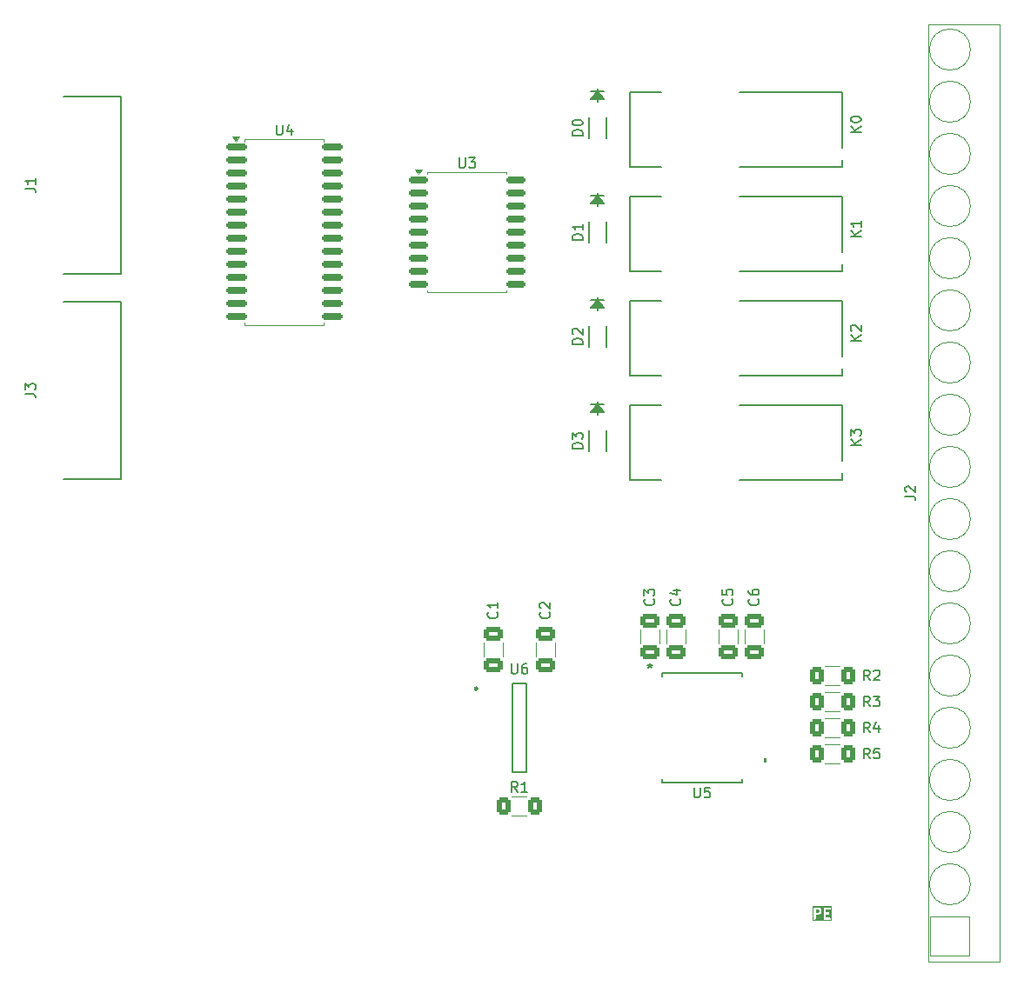
<source format=gbr>
%TF.GenerationSoftware,KiCad,Pcbnew,8.0.6-8.0.6-0~ubuntu24.04.1*%
%TF.CreationDate,2024-12-11T16:34:02+03:00*%
%TF.ProjectId,PM-Neopixel4,504d2d4e-656f-4706-9978-656c342e6b69,rev?*%
%TF.SameCoordinates,Original*%
%TF.FileFunction,Legend,Top*%
%TF.FilePolarity,Positive*%
%FSLAX46Y46*%
G04 Gerber Fmt 4.6, Leading zero omitted, Abs format (unit mm)*
G04 Created by KiCad (PCBNEW 8.0.6-8.0.6-0~ubuntu24.04.1) date 2024-12-11 16:34:02*
%MOMM*%
%LPD*%
G01*
G04 APERTURE LIST*
G04 Aperture macros list*
%AMRoundRect*
0 Rectangle with rounded corners*
0 $1 Rounding radius*
0 $2 $3 $4 $5 $6 $7 $8 $9 X,Y pos of 4 corners*
0 Add a 4 corners polygon primitive as box body*
4,1,4,$2,$3,$4,$5,$6,$7,$8,$9,$2,$3,0*
0 Add four circle primitives for the rounded corners*
1,1,$1+$1,$2,$3*
1,1,$1+$1,$4,$5*
1,1,$1+$1,$6,$7*
1,1,$1+$1,$8,$9*
0 Add four rect primitives between the rounded corners*
20,1,$1+$1,$2,$3,$4,$5,0*
20,1,$1+$1,$4,$5,$6,$7,0*
20,1,$1+$1,$6,$7,$8,$9,0*
20,1,$1+$1,$8,$9,$2,$3,0*%
G04 Aperture macros list end*
%ADD10C,0.200000*%
%ADD11C,0.150000*%
%ADD12C,0.120000*%
%ADD13C,0.152400*%
%ADD14C,0.250000*%
%ADD15C,0.000000*%
%ADD16RoundRect,0.250000X0.650000X-0.412500X0.650000X0.412500X-0.650000X0.412500X-0.650000X-0.412500X0*%
%ADD17C,1.812000*%
%ADD18RoundRect,0.150000X-0.875000X-0.150000X0.875000X-0.150000X0.875000X0.150000X-0.875000X0.150000X0*%
%ADD19RoundRect,0.150000X-0.800000X-0.150000X0.800000X-0.150000X0.800000X0.150000X-0.800000X0.150000X0*%
%ADD20R,2.474067X0.622132*%
%ADD21R,1.803400X0.635000*%
%ADD22R,2.997200X2.590800*%
%ADD23R,1.854200X0.482600*%
%ADD24RoundRect,0.250000X-0.400000X-0.625000X0.400000X-0.625000X0.400000X0.625000X-0.400000X0.625000X0*%
%ADD25R,0.533400X1.524000*%
%ADD26R,3.500000X3.500000*%
%ADD27C,3.500000*%
%ADD28O,6.350000X6.350000*%
G04 APERTURE END LIST*
D10*
G36*
X31702668Y-40582024D02*
G01*
X31727337Y-40606692D01*
X31757142Y-40666302D01*
X31757142Y-40761945D01*
X31727337Y-40821554D01*
X31702668Y-40846222D01*
X31643059Y-40876028D01*
X31385714Y-40876028D01*
X31385714Y-40552219D01*
X31643059Y-40552219D01*
X31702668Y-40582024D01*
G37*
G36*
X32971094Y-41663330D02*
G01*
X31074603Y-41663330D01*
X31074603Y-40452219D01*
X31185714Y-40452219D01*
X31185714Y-41452219D01*
X31187635Y-41471728D01*
X31202567Y-41507776D01*
X31230157Y-41535366D01*
X31266205Y-41550298D01*
X31305223Y-41550298D01*
X31341271Y-41535366D01*
X31368861Y-41507776D01*
X31383793Y-41471728D01*
X31385714Y-41452219D01*
X31385714Y-41076028D01*
X31666666Y-41076028D01*
X31686175Y-41074107D01*
X31689495Y-41072731D01*
X31693079Y-41072477D01*
X31711387Y-41065471D01*
X31806625Y-41017852D01*
X31815021Y-41012566D01*
X31817461Y-41011556D01*
X31820207Y-41009302D01*
X31823215Y-41007409D01*
X31824944Y-41005414D01*
X31832615Y-40999120D01*
X31880233Y-40951501D01*
X31886525Y-40943834D01*
X31888523Y-40942102D01*
X31890416Y-40939093D01*
X31892670Y-40936348D01*
X31893680Y-40933907D01*
X31898966Y-40925511D01*
X31946585Y-40830274D01*
X31953591Y-40811965D01*
X31953845Y-40808381D01*
X31955221Y-40805061D01*
X31957142Y-40785552D01*
X31957142Y-40642695D01*
X31955221Y-40623186D01*
X31953845Y-40619865D01*
X31953591Y-40616282D01*
X31946585Y-40597973D01*
X31898966Y-40502736D01*
X31893680Y-40494339D01*
X31892670Y-40491899D01*
X31890416Y-40489153D01*
X31888523Y-40486145D01*
X31886525Y-40484412D01*
X31880233Y-40476746D01*
X31855707Y-40452219D01*
X32185714Y-40452219D01*
X32185714Y-41452219D01*
X32187635Y-41471728D01*
X32202567Y-41507776D01*
X32230157Y-41535366D01*
X32266205Y-41550298D01*
X32285714Y-41552219D01*
X32761904Y-41552219D01*
X32781413Y-41550298D01*
X32817461Y-41535366D01*
X32845051Y-41507776D01*
X32859983Y-41471728D01*
X32859983Y-41432710D01*
X32845051Y-41396662D01*
X32817461Y-41369072D01*
X32781413Y-41354140D01*
X32761904Y-41352219D01*
X32385714Y-41352219D01*
X32385714Y-41028409D01*
X32619047Y-41028409D01*
X32638556Y-41026488D01*
X32674604Y-41011556D01*
X32702194Y-40983966D01*
X32717126Y-40947918D01*
X32717126Y-40908900D01*
X32702194Y-40872852D01*
X32674604Y-40845262D01*
X32638556Y-40830330D01*
X32619047Y-40828409D01*
X32385714Y-40828409D01*
X32385714Y-40552219D01*
X32761904Y-40552219D01*
X32781413Y-40550298D01*
X32817461Y-40535366D01*
X32845051Y-40507776D01*
X32859983Y-40471728D01*
X32859983Y-40432710D01*
X32845051Y-40396662D01*
X32817461Y-40369072D01*
X32781413Y-40354140D01*
X32761904Y-40352219D01*
X32285714Y-40352219D01*
X32266205Y-40354140D01*
X32230157Y-40369072D01*
X32202567Y-40396662D01*
X32187635Y-40432710D01*
X32185714Y-40452219D01*
X31855707Y-40452219D01*
X31832615Y-40429127D01*
X31824944Y-40422832D01*
X31823215Y-40420838D01*
X31820207Y-40418944D01*
X31817461Y-40416691D01*
X31815021Y-40415680D01*
X31806625Y-40410395D01*
X31711387Y-40362776D01*
X31693079Y-40355770D01*
X31689495Y-40355515D01*
X31686175Y-40354140D01*
X31666666Y-40352219D01*
X31285714Y-40352219D01*
X31266205Y-40354140D01*
X31230157Y-40369072D01*
X31202567Y-40396662D01*
X31187635Y-40432710D01*
X31185714Y-40452219D01*
X31074603Y-40452219D01*
X31074603Y-40241108D01*
X32971094Y-40241108D01*
X32971094Y-41663330D01*
G37*
D11*
X5439580Y-11596666D02*
X5487200Y-11644285D01*
X5487200Y-11644285D02*
X5534819Y-11787142D01*
X5534819Y-11787142D02*
X5534819Y-11882380D01*
X5534819Y-11882380D02*
X5487200Y-12025237D01*
X5487200Y-12025237D02*
X5391961Y-12120475D01*
X5391961Y-12120475D02*
X5296723Y-12168094D01*
X5296723Y-12168094D02*
X5106247Y-12215713D01*
X5106247Y-12215713D02*
X4963390Y-12215713D01*
X4963390Y-12215713D02*
X4772914Y-12168094D01*
X4772914Y-12168094D02*
X4677676Y-12120475D01*
X4677676Y-12120475D02*
X4582438Y-12025237D01*
X4582438Y-12025237D02*
X4534819Y-11882380D01*
X4534819Y-11882380D02*
X4534819Y-11787142D01*
X4534819Y-11787142D02*
X4582438Y-11644285D01*
X4582438Y-11644285D02*
X4630057Y-11596666D01*
X4630057Y-11215713D02*
X4582438Y-11168094D01*
X4582438Y-11168094D02*
X4534819Y-11072856D01*
X4534819Y-11072856D02*
X4534819Y-10834761D01*
X4534819Y-10834761D02*
X4582438Y-10739523D01*
X4582438Y-10739523D02*
X4630057Y-10691904D01*
X4630057Y-10691904D02*
X4725295Y-10644285D01*
X4725295Y-10644285D02*
X4820533Y-10644285D01*
X4820533Y-10644285D02*
X4963390Y-10691904D01*
X4963390Y-10691904D02*
X5534819Y-11263332D01*
X5534819Y-11263332D02*
X5534819Y-10644285D01*
X25759580Y-10326666D02*
X25807200Y-10374285D01*
X25807200Y-10374285D02*
X25854819Y-10517142D01*
X25854819Y-10517142D02*
X25854819Y-10612380D01*
X25854819Y-10612380D02*
X25807200Y-10755237D01*
X25807200Y-10755237D02*
X25711961Y-10850475D01*
X25711961Y-10850475D02*
X25616723Y-10898094D01*
X25616723Y-10898094D02*
X25426247Y-10945713D01*
X25426247Y-10945713D02*
X25283390Y-10945713D01*
X25283390Y-10945713D02*
X25092914Y-10898094D01*
X25092914Y-10898094D02*
X24997676Y-10850475D01*
X24997676Y-10850475D02*
X24902438Y-10755237D01*
X24902438Y-10755237D02*
X24854819Y-10612380D01*
X24854819Y-10612380D02*
X24854819Y-10517142D01*
X24854819Y-10517142D02*
X24902438Y-10374285D01*
X24902438Y-10374285D02*
X24950057Y-10326666D01*
X24854819Y-9469523D02*
X24854819Y-9659999D01*
X24854819Y-9659999D02*
X24902438Y-9755237D01*
X24902438Y-9755237D02*
X24950057Y-9802856D01*
X24950057Y-9802856D02*
X25092914Y-9898094D01*
X25092914Y-9898094D02*
X25283390Y-9945713D01*
X25283390Y-9945713D02*
X25664342Y-9945713D01*
X25664342Y-9945713D02*
X25759580Y-9898094D01*
X25759580Y-9898094D02*
X25807200Y-9850475D01*
X25807200Y-9850475D02*
X25854819Y-9755237D01*
X25854819Y-9755237D02*
X25854819Y-9564761D01*
X25854819Y-9564761D02*
X25807200Y-9469523D01*
X25807200Y-9469523D02*
X25759580Y-9421904D01*
X25759580Y-9421904D02*
X25664342Y-9374285D01*
X25664342Y-9374285D02*
X25426247Y-9374285D01*
X25426247Y-9374285D02*
X25331009Y-9421904D01*
X25331009Y-9421904D02*
X25283390Y-9469523D01*
X25283390Y-9469523D02*
X25235771Y-9564761D01*
X25235771Y-9564761D02*
X25235771Y-9755237D01*
X25235771Y-9755237D02*
X25283390Y-9850475D01*
X25283390Y-9850475D02*
X25331009Y-9898094D01*
X25331009Y-9898094D02*
X25426247Y-9945713D01*
X35784819Y35151906D02*
X34784819Y35151906D01*
X35784819Y35723334D02*
X35213390Y35294763D01*
X34784819Y35723334D02*
X35356247Y35151906D01*
X34784819Y36342382D02*
X34784819Y36437620D01*
X34784819Y36437620D02*
X34832438Y36532858D01*
X34832438Y36532858D02*
X34880057Y36580477D01*
X34880057Y36580477D02*
X34975295Y36628096D01*
X34975295Y36628096D02*
X35165771Y36675715D01*
X35165771Y36675715D02*
X35403866Y36675715D01*
X35403866Y36675715D02*
X35594342Y36628096D01*
X35594342Y36628096D02*
X35689580Y36580477D01*
X35689580Y36580477D02*
X35737200Y36532858D01*
X35737200Y36532858D02*
X35784819Y36437620D01*
X35784819Y36437620D02*
X35784819Y36342382D01*
X35784819Y36342382D02*
X35737200Y36247144D01*
X35737200Y36247144D02*
X35689580Y36199525D01*
X35689580Y36199525D02*
X35594342Y36151906D01*
X35594342Y36151906D02*
X35403866Y36104287D01*
X35403866Y36104287D02*
X35165771Y36104287D01*
X35165771Y36104287D02*
X34975295Y36151906D01*
X34975295Y36151906D02*
X34880057Y36199525D01*
X34880057Y36199525D02*
X34832438Y36247144D01*
X34832438Y36247144D02*
X34784819Y36342382D01*
X-21081905Y35845181D02*
X-21081905Y35035658D01*
X-21081905Y35035658D02*
X-21034286Y34940420D01*
X-21034286Y34940420D02*
X-20986667Y34892800D01*
X-20986667Y34892800D02*
X-20891429Y34845181D01*
X-20891429Y34845181D02*
X-20700953Y34845181D01*
X-20700953Y34845181D02*
X-20605715Y34892800D01*
X-20605715Y34892800D02*
X-20558096Y34940420D01*
X-20558096Y34940420D02*
X-20510477Y35035658D01*
X-20510477Y35035658D02*
X-20510477Y35845181D01*
X-19605715Y35511848D02*
X-19605715Y34845181D01*
X-19843810Y35892800D02*
X-20081905Y35178515D01*
X-20081905Y35178515D02*
X-19462858Y35178515D01*
X35784819Y14831906D02*
X34784819Y14831906D01*
X35784819Y15403334D02*
X35213390Y14974763D01*
X34784819Y15403334D02*
X35356247Y14831906D01*
X34880057Y15784287D02*
X34832438Y15831906D01*
X34832438Y15831906D02*
X34784819Y15927144D01*
X34784819Y15927144D02*
X34784819Y16165239D01*
X34784819Y16165239D02*
X34832438Y16260477D01*
X34832438Y16260477D02*
X34880057Y16308096D01*
X34880057Y16308096D02*
X34975295Y16355715D01*
X34975295Y16355715D02*
X35070533Y16355715D01*
X35070533Y16355715D02*
X35213390Y16308096D01*
X35213390Y16308096D02*
X35784819Y15736668D01*
X35784819Y15736668D02*
X35784819Y16355715D01*
X-3301905Y32655181D02*
X-3301905Y31845658D01*
X-3301905Y31845658D02*
X-3254286Y31750420D01*
X-3254286Y31750420D02*
X-3206667Y31702800D01*
X-3206667Y31702800D02*
X-3111429Y31655181D01*
X-3111429Y31655181D02*
X-2920953Y31655181D01*
X-2920953Y31655181D02*
X-2825715Y31702800D01*
X-2825715Y31702800D02*
X-2778096Y31750420D01*
X-2778096Y31750420D02*
X-2730477Y31845658D01*
X-2730477Y31845658D02*
X-2730477Y32655181D01*
X-2349524Y32655181D02*
X-1730477Y32655181D01*
X-1730477Y32655181D02*
X-2063810Y32274229D01*
X-2063810Y32274229D02*
X-1920953Y32274229D01*
X-1920953Y32274229D02*
X-1825715Y32226610D01*
X-1825715Y32226610D02*
X-1778096Y32178991D01*
X-1778096Y32178991D02*
X-1730477Y32083753D01*
X-1730477Y32083753D02*
X-1730477Y31845658D01*
X-1730477Y31845658D02*
X-1778096Y31750420D01*
X-1778096Y31750420D02*
X-1825715Y31702800D01*
X-1825715Y31702800D02*
X-1920953Y31655181D01*
X-1920953Y31655181D02*
X-2206667Y31655181D01*
X-2206667Y31655181D02*
X-2301905Y31702800D01*
X-2301905Y31702800D02*
X-2349524Y31750420D01*
X359580Y-11596666D02*
X407200Y-11644285D01*
X407200Y-11644285D02*
X454819Y-11787142D01*
X454819Y-11787142D02*
X454819Y-11882380D01*
X454819Y-11882380D02*
X407200Y-12025237D01*
X407200Y-12025237D02*
X311961Y-12120475D01*
X311961Y-12120475D02*
X216723Y-12168094D01*
X216723Y-12168094D02*
X26247Y-12215713D01*
X26247Y-12215713D02*
X-116610Y-12215713D01*
X-116610Y-12215713D02*
X-307086Y-12168094D01*
X-307086Y-12168094D02*
X-402324Y-12120475D01*
X-402324Y-12120475D02*
X-497562Y-12025237D01*
X-497562Y-12025237D02*
X-545181Y-11882380D01*
X-545181Y-11882380D02*
X-545181Y-11787142D01*
X-545181Y-11787142D02*
X-497562Y-11644285D01*
X-497562Y-11644285D02*
X-449943Y-11596666D01*
X454819Y-10644285D02*
X454819Y-11215713D01*
X454819Y-10929999D02*
X-545181Y-10929999D01*
X-545181Y-10929999D02*
X-402324Y-11025237D01*
X-402324Y-11025237D02*
X-307086Y-11120475D01*
X-307086Y-11120475D02*
X-259467Y-11215713D01*
X18139580Y-10326666D02*
X18187200Y-10374285D01*
X18187200Y-10374285D02*
X18234819Y-10517142D01*
X18234819Y-10517142D02*
X18234819Y-10612380D01*
X18234819Y-10612380D02*
X18187200Y-10755237D01*
X18187200Y-10755237D02*
X18091961Y-10850475D01*
X18091961Y-10850475D02*
X17996723Y-10898094D01*
X17996723Y-10898094D02*
X17806247Y-10945713D01*
X17806247Y-10945713D02*
X17663390Y-10945713D01*
X17663390Y-10945713D02*
X17472914Y-10898094D01*
X17472914Y-10898094D02*
X17377676Y-10850475D01*
X17377676Y-10850475D02*
X17282438Y-10755237D01*
X17282438Y-10755237D02*
X17234819Y-10612380D01*
X17234819Y-10612380D02*
X17234819Y-10517142D01*
X17234819Y-10517142D02*
X17282438Y-10374285D01*
X17282438Y-10374285D02*
X17330057Y-10326666D01*
X17568152Y-9469523D02*
X18234819Y-9469523D01*
X17187200Y-9707618D02*
X17901485Y-9945713D01*
X17901485Y-9945713D02*
X17901485Y-9326666D01*
X1778095Y-16599819D02*
X1778095Y-17409342D01*
X1778095Y-17409342D02*
X1825714Y-17504580D01*
X1825714Y-17504580D02*
X1873333Y-17552200D01*
X1873333Y-17552200D02*
X1968571Y-17599819D01*
X1968571Y-17599819D02*
X2159047Y-17599819D01*
X2159047Y-17599819D02*
X2254285Y-17552200D01*
X2254285Y-17552200D02*
X2301904Y-17504580D01*
X2301904Y-17504580D02*
X2349523Y-17409342D01*
X2349523Y-17409342D02*
X2349523Y-16599819D01*
X3254285Y-16599819D02*
X3063809Y-16599819D01*
X3063809Y-16599819D02*
X2968571Y-16647438D01*
X2968571Y-16647438D02*
X2920952Y-16695057D01*
X2920952Y-16695057D02*
X2825714Y-16837914D01*
X2825714Y-16837914D02*
X2778095Y-17028390D01*
X2778095Y-17028390D02*
X2778095Y-17409342D01*
X2778095Y-17409342D02*
X2825714Y-17504580D01*
X2825714Y-17504580D02*
X2873333Y-17552200D01*
X2873333Y-17552200D02*
X2968571Y-17599819D01*
X2968571Y-17599819D02*
X3159047Y-17599819D01*
X3159047Y-17599819D02*
X3254285Y-17552200D01*
X3254285Y-17552200D02*
X3301904Y-17504580D01*
X3301904Y-17504580D02*
X3349523Y-17409342D01*
X3349523Y-17409342D02*
X3349523Y-17171247D01*
X3349523Y-17171247D02*
X3301904Y-17076009D01*
X3301904Y-17076009D02*
X3254285Y-17028390D01*
X3254285Y-17028390D02*
X3159047Y-16980771D01*
X3159047Y-16980771D02*
X2968571Y-16980771D01*
X2968571Y-16980771D02*
X2873333Y-17028390D01*
X2873333Y-17028390D02*
X2825714Y-17076009D01*
X2825714Y-17076009D02*
X2778095Y-17171247D01*
X-45545181Y29666667D02*
X-44830896Y29666667D01*
X-44830896Y29666667D02*
X-44688039Y29619048D01*
X-44688039Y29619048D02*
X-44592800Y29523810D01*
X-44592800Y29523810D02*
X-44545181Y29380953D01*
X-44545181Y29380953D02*
X-44545181Y29285715D01*
X-44545181Y30666667D02*
X-44545181Y30095239D01*
X-44545181Y30380953D02*
X-45545181Y30380953D01*
X-45545181Y30380953D02*
X-45402324Y30285715D01*
X-45402324Y30285715D02*
X-45307086Y30190477D01*
X-45307086Y30190477D02*
X-45259467Y30095239D01*
X19558095Y-28664819D02*
X19558095Y-29474342D01*
X19558095Y-29474342D02*
X19605714Y-29569580D01*
X19605714Y-29569580D02*
X19653333Y-29617200D01*
X19653333Y-29617200D02*
X19748571Y-29664819D01*
X19748571Y-29664819D02*
X19939047Y-29664819D01*
X19939047Y-29664819D02*
X20034285Y-29617200D01*
X20034285Y-29617200D02*
X20081904Y-29569580D01*
X20081904Y-29569580D02*
X20129523Y-29474342D01*
X20129523Y-29474342D02*
X20129523Y-28664819D01*
X21081904Y-28664819D02*
X20605714Y-28664819D01*
X20605714Y-28664819D02*
X20558095Y-29141009D01*
X20558095Y-29141009D02*
X20605714Y-29093390D01*
X20605714Y-29093390D02*
X20700952Y-29045771D01*
X20700952Y-29045771D02*
X20939047Y-29045771D01*
X20939047Y-29045771D02*
X21034285Y-29093390D01*
X21034285Y-29093390D02*
X21081904Y-29141009D01*
X21081904Y-29141009D02*
X21129523Y-29236247D01*
X21129523Y-29236247D02*
X21129523Y-29474342D01*
X21129523Y-29474342D02*
X21081904Y-29569580D01*
X21081904Y-29569580D02*
X21034285Y-29617200D01*
X21034285Y-29617200D02*
X20939047Y-29664819D01*
X20939047Y-29664819D02*
X20700952Y-29664819D01*
X20700952Y-29664819D02*
X20605714Y-29617200D01*
X20605714Y-29617200D02*
X20558095Y-29569580D01*
X15240000Y-16599819D02*
X15240000Y-16837914D01*
X15001905Y-16742676D02*
X15240000Y-16837914D01*
X15240000Y-16837914D02*
X15478095Y-16742676D01*
X15097143Y-17028390D02*
X15240000Y-16837914D01*
X15240000Y-16837914D02*
X15382857Y-17028390D01*
X2373333Y-29114819D02*
X2040000Y-28638628D01*
X1801905Y-29114819D02*
X1801905Y-28114819D01*
X1801905Y-28114819D02*
X2182857Y-28114819D01*
X2182857Y-28114819D02*
X2278095Y-28162438D01*
X2278095Y-28162438D02*
X2325714Y-28210057D01*
X2325714Y-28210057D02*
X2373333Y-28305295D01*
X2373333Y-28305295D02*
X2373333Y-28448152D01*
X2373333Y-28448152D02*
X2325714Y-28543390D01*
X2325714Y-28543390D02*
X2278095Y-28591009D01*
X2278095Y-28591009D02*
X2182857Y-28638628D01*
X2182857Y-28638628D02*
X1801905Y-28638628D01*
X3325714Y-29114819D02*
X2754286Y-29114819D01*
X3040000Y-29114819D02*
X3040000Y-28114819D01*
X3040000Y-28114819D02*
X2944762Y-28257676D01*
X2944762Y-28257676D02*
X2849524Y-28352914D01*
X2849524Y-28352914D02*
X2754286Y-28400533D01*
X8709819Y34821906D02*
X7709819Y34821906D01*
X7709819Y34821906D02*
X7709819Y35060001D01*
X7709819Y35060001D02*
X7757438Y35202858D01*
X7757438Y35202858D02*
X7852676Y35298096D01*
X7852676Y35298096D02*
X7947914Y35345715D01*
X7947914Y35345715D02*
X8138390Y35393334D01*
X8138390Y35393334D02*
X8281247Y35393334D01*
X8281247Y35393334D02*
X8471723Y35345715D01*
X8471723Y35345715D02*
X8566961Y35298096D01*
X8566961Y35298096D02*
X8662200Y35202858D01*
X8662200Y35202858D02*
X8709819Y35060001D01*
X8709819Y35060001D02*
X8709819Y34821906D01*
X7709819Y36012382D02*
X7709819Y36107620D01*
X7709819Y36107620D02*
X7757438Y36202858D01*
X7757438Y36202858D02*
X7805057Y36250477D01*
X7805057Y36250477D02*
X7900295Y36298096D01*
X7900295Y36298096D02*
X8090771Y36345715D01*
X8090771Y36345715D02*
X8328866Y36345715D01*
X8328866Y36345715D02*
X8519342Y36298096D01*
X8519342Y36298096D02*
X8614580Y36250477D01*
X8614580Y36250477D02*
X8662200Y36202858D01*
X8662200Y36202858D02*
X8709819Y36107620D01*
X8709819Y36107620D02*
X8709819Y36012382D01*
X8709819Y36012382D02*
X8662200Y35917144D01*
X8662200Y35917144D02*
X8614580Y35869525D01*
X8614580Y35869525D02*
X8519342Y35821906D01*
X8519342Y35821906D02*
X8328866Y35774287D01*
X8328866Y35774287D02*
X8090771Y35774287D01*
X8090771Y35774287D02*
X7900295Y35821906D01*
X7900295Y35821906D02*
X7805057Y35869525D01*
X7805057Y35869525D02*
X7757438Y35917144D01*
X7757438Y35917144D02*
X7709819Y36012382D01*
X40094819Y-333333D02*
X40809104Y-333333D01*
X40809104Y-333333D02*
X40951961Y-380952D01*
X40951961Y-380952D02*
X41047200Y-476190D01*
X41047200Y-476190D02*
X41094819Y-619047D01*
X41094819Y-619047D02*
X41094819Y-714285D01*
X40190057Y95239D02*
X40142438Y142858D01*
X40142438Y142858D02*
X40094819Y238096D01*
X40094819Y238096D02*
X40094819Y476191D01*
X40094819Y476191D02*
X40142438Y571429D01*
X40142438Y571429D02*
X40190057Y619048D01*
X40190057Y619048D02*
X40285295Y666667D01*
X40285295Y666667D02*
X40380533Y666667D01*
X40380533Y666667D02*
X40523390Y619048D01*
X40523390Y619048D02*
X41094819Y47620D01*
X41094819Y47620D02*
X41094819Y666667D01*
X8709819Y4341906D02*
X7709819Y4341906D01*
X7709819Y4341906D02*
X7709819Y4580001D01*
X7709819Y4580001D02*
X7757438Y4722858D01*
X7757438Y4722858D02*
X7852676Y4818096D01*
X7852676Y4818096D02*
X7947914Y4865715D01*
X7947914Y4865715D02*
X8138390Y4913334D01*
X8138390Y4913334D02*
X8281247Y4913334D01*
X8281247Y4913334D02*
X8471723Y4865715D01*
X8471723Y4865715D02*
X8566961Y4818096D01*
X8566961Y4818096D02*
X8662200Y4722858D01*
X8662200Y4722858D02*
X8709819Y4580001D01*
X8709819Y4580001D02*
X8709819Y4341906D01*
X7709819Y5246668D02*
X7709819Y5865715D01*
X7709819Y5865715D02*
X8090771Y5532382D01*
X8090771Y5532382D02*
X8090771Y5675239D01*
X8090771Y5675239D02*
X8138390Y5770477D01*
X8138390Y5770477D02*
X8186009Y5818096D01*
X8186009Y5818096D02*
X8281247Y5865715D01*
X8281247Y5865715D02*
X8519342Y5865715D01*
X8519342Y5865715D02*
X8614580Y5818096D01*
X8614580Y5818096D02*
X8662200Y5770477D01*
X8662200Y5770477D02*
X8709819Y5675239D01*
X8709819Y5675239D02*
X8709819Y5389525D01*
X8709819Y5389525D02*
X8662200Y5294287D01*
X8662200Y5294287D02*
X8614580Y5246668D01*
X8709819Y14501906D02*
X7709819Y14501906D01*
X7709819Y14501906D02*
X7709819Y14740001D01*
X7709819Y14740001D02*
X7757438Y14882858D01*
X7757438Y14882858D02*
X7852676Y14978096D01*
X7852676Y14978096D02*
X7947914Y15025715D01*
X7947914Y15025715D02*
X8138390Y15073334D01*
X8138390Y15073334D02*
X8281247Y15073334D01*
X8281247Y15073334D02*
X8471723Y15025715D01*
X8471723Y15025715D02*
X8566961Y14978096D01*
X8566961Y14978096D02*
X8662200Y14882858D01*
X8662200Y14882858D02*
X8709819Y14740001D01*
X8709819Y14740001D02*
X8709819Y14501906D01*
X7805057Y15454287D02*
X7757438Y15501906D01*
X7757438Y15501906D02*
X7709819Y15597144D01*
X7709819Y15597144D02*
X7709819Y15835239D01*
X7709819Y15835239D02*
X7757438Y15930477D01*
X7757438Y15930477D02*
X7805057Y15978096D01*
X7805057Y15978096D02*
X7900295Y16025715D01*
X7900295Y16025715D02*
X7995533Y16025715D01*
X7995533Y16025715D02*
X8138390Y15978096D01*
X8138390Y15978096D02*
X8709819Y15406668D01*
X8709819Y15406668D02*
X8709819Y16025715D01*
X35784819Y24991906D02*
X34784819Y24991906D01*
X35784819Y25563334D02*
X35213390Y25134763D01*
X34784819Y25563334D02*
X35356247Y24991906D01*
X35784819Y26515715D02*
X35784819Y25944287D01*
X35784819Y26230001D02*
X34784819Y26230001D01*
X34784819Y26230001D02*
X34927676Y26134763D01*
X34927676Y26134763D02*
X35022914Y26039525D01*
X35022914Y26039525D02*
X35070533Y25944287D01*
X36663333Y-18234819D02*
X36330000Y-17758628D01*
X36091905Y-18234819D02*
X36091905Y-17234819D01*
X36091905Y-17234819D02*
X36472857Y-17234819D01*
X36472857Y-17234819D02*
X36568095Y-17282438D01*
X36568095Y-17282438D02*
X36615714Y-17330057D01*
X36615714Y-17330057D02*
X36663333Y-17425295D01*
X36663333Y-17425295D02*
X36663333Y-17568152D01*
X36663333Y-17568152D02*
X36615714Y-17663390D01*
X36615714Y-17663390D02*
X36568095Y-17711009D01*
X36568095Y-17711009D02*
X36472857Y-17758628D01*
X36472857Y-17758628D02*
X36091905Y-17758628D01*
X37044286Y-17330057D02*
X37091905Y-17282438D01*
X37091905Y-17282438D02*
X37187143Y-17234819D01*
X37187143Y-17234819D02*
X37425238Y-17234819D01*
X37425238Y-17234819D02*
X37520476Y-17282438D01*
X37520476Y-17282438D02*
X37568095Y-17330057D01*
X37568095Y-17330057D02*
X37615714Y-17425295D01*
X37615714Y-17425295D02*
X37615714Y-17520533D01*
X37615714Y-17520533D02*
X37568095Y-17663390D01*
X37568095Y-17663390D02*
X36996667Y-18234819D01*
X36996667Y-18234819D02*
X37615714Y-18234819D01*
X23219580Y-10326666D02*
X23267200Y-10374285D01*
X23267200Y-10374285D02*
X23314819Y-10517142D01*
X23314819Y-10517142D02*
X23314819Y-10612380D01*
X23314819Y-10612380D02*
X23267200Y-10755237D01*
X23267200Y-10755237D02*
X23171961Y-10850475D01*
X23171961Y-10850475D02*
X23076723Y-10898094D01*
X23076723Y-10898094D02*
X22886247Y-10945713D01*
X22886247Y-10945713D02*
X22743390Y-10945713D01*
X22743390Y-10945713D02*
X22552914Y-10898094D01*
X22552914Y-10898094D02*
X22457676Y-10850475D01*
X22457676Y-10850475D02*
X22362438Y-10755237D01*
X22362438Y-10755237D02*
X22314819Y-10612380D01*
X22314819Y-10612380D02*
X22314819Y-10517142D01*
X22314819Y-10517142D02*
X22362438Y-10374285D01*
X22362438Y-10374285D02*
X22410057Y-10326666D01*
X22314819Y-9421904D02*
X22314819Y-9898094D01*
X22314819Y-9898094D02*
X22791009Y-9945713D01*
X22791009Y-9945713D02*
X22743390Y-9898094D01*
X22743390Y-9898094D02*
X22695771Y-9802856D01*
X22695771Y-9802856D02*
X22695771Y-9564761D01*
X22695771Y-9564761D02*
X22743390Y-9469523D01*
X22743390Y-9469523D02*
X22791009Y-9421904D01*
X22791009Y-9421904D02*
X22886247Y-9374285D01*
X22886247Y-9374285D02*
X23124342Y-9374285D01*
X23124342Y-9374285D02*
X23219580Y-9421904D01*
X23219580Y-9421904D02*
X23267200Y-9469523D01*
X23267200Y-9469523D02*
X23314819Y-9564761D01*
X23314819Y-9564761D02*
X23314819Y-9802856D01*
X23314819Y-9802856D02*
X23267200Y-9898094D01*
X23267200Y-9898094D02*
X23219580Y-9945713D01*
X15599580Y-10326666D02*
X15647200Y-10374285D01*
X15647200Y-10374285D02*
X15694819Y-10517142D01*
X15694819Y-10517142D02*
X15694819Y-10612380D01*
X15694819Y-10612380D02*
X15647200Y-10755237D01*
X15647200Y-10755237D02*
X15551961Y-10850475D01*
X15551961Y-10850475D02*
X15456723Y-10898094D01*
X15456723Y-10898094D02*
X15266247Y-10945713D01*
X15266247Y-10945713D02*
X15123390Y-10945713D01*
X15123390Y-10945713D02*
X14932914Y-10898094D01*
X14932914Y-10898094D02*
X14837676Y-10850475D01*
X14837676Y-10850475D02*
X14742438Y-10755237D01*
X14742438Y-10755237D02*
X14694819Y-10612380D01*
X14694819Y-10612380D02*
X14694819Y-10517142D01*
X14694819Y-10517142D02*
X14742438Y-10374285D01*
X14742438Y-10374285D02*
X14790057Y-10326666D01*
X14694819Y-9993332D02*
X14694819Y-9374285D01*
X14694819Y-9374285D02*
X15075771Y-9707618D01*
X15075771Y-9707618D02*
X15075771Y-9564761D01*
X15075771Y-9564761D02*
X15123390Y-9469523D01*
X15123390Y-9469523D02*
X15171009Y-9421904D01*
X15171009Y-9421904D02*
X15266247Y-9374285D01*
X15266247Y-9374285D02*
X15504342Y-9374285D01*
X15504342Y-9374285D02*
X15599580Y-9421904D01*
X15599580Y-9421904D02*
X15647200Y-9469523D01*
X15647200Y-9469523D02*
X15694819Y-9564761D01*
X15694819Y-9564761D02*
X15694819Y-9850475D01*
X15694819Y-9850475D02*
X15647200Y-9945713D01*
X15647200Y-9945713D02*
X15599580Y-9993332D01*
X-45545181Y9666667D02*
X-44830896Y9666667D01*
X-44830896Y9666667D02*
X-44688039Y9619048D01*
X-44688039Y9619048D02*
X-44592800Y9523810D01*
X-44592800Y9523810D02*
X-44545181Y9380953D01*
X-44545181Y9380953D02*
X-44545181Y9285715D01*
X-45545181Y10047620D02*
X-45545181Y10666667D01*
X-45545181Y10666667D02*
X-45164229Y10333334D01*
X-45164229Y10333334D02*
X-45164229Y10476191D01*
X-45164229Y10476191D02*
X-45116610Y10571429D01*
X-45116610Y10571429D02*
X-45068991Y10619048D01*
X-45068991Y10619048D02*
X-44973753Y10666667D01*
X-44973753Y10666667D02*
X-44735658Y10666667D01*
X-44735658Y10666667D02*
X-44640420Y10619048D01*
X-44640420Y10619048D02*
X-44592800Y10571429D01*
X-44592800Y10571429D02*
X-44545181Y10476191D01*
X-44545181Y10476191D02*
X-44545181Y10190477D01*
X-44545181Y10190477D02*
X-44592800Y10095239D01*
X-44592800Y10095239D02*
X-44640420Y10047620D01*
X8709819Y24661906D02*
X7709819Y24661906D01*
X7709819Y24661906D02*
X7709819Y24900001D01*
X7709819Y24900001D02*
X7757438Y25042858D01*
X7757438Y25042858D02*
X7852676Y25138096D01*
X7852676Y25138096D02*
X7947914Y25185715D01*
X7947914Y25185715D02*
X8138390Y25233334D01*
X8138390Y25233334D02*
X8281247Y25233334D01*
X8281247Y25233334D02*
X8471723Y25185715D01*
X8471723Y25185715D02*
X8566961Y25138096D01*
X8566961Y25138096D02*
X8662200Y25042858D01*
X8662200Y25042858D02*
X8709819Y24900001D01*
X8709819Y24900001D02*
X8709819Y24661906D01*
X8709819Y26185715D02*
X8709819Y25614287D01*
X8709819Y25900001D02*
X7709819Y25900001D01*
X7709819Y25900001D02*
X7852676Y25804763D01*
X7852676Y25804763D02*
X7947914Y25709525D01*
X7947914Y25709525D02*
X7995533Y25614287D01*
X36663333Y-23314819D02*
X36330000Y-22838628D01*
X36091905Y-23314819D02*
X36091905Y-22314819D01*
X36091905Y-22314819D02*
X36472857Y-22314819D01*
X36472857Y-22314819D02*
X36568095Y-22362438D01*
X36568095Y-22362438D02*
X36615714Y-22410057D01*
X36615714Y-22410057D02*
X36663333Y-22505295D01*
X36663333Y-22505295D02*
X36663333Y-22648152D01*
X36663333Y-22648152D02*
X36615714Y-22743390D01*
X36615714Y-22743390D02*
X36568095Y-22791009D01*
X36568095Y-22791009D02*
X36472857Y-22838628D01*
X36472857Y-22838628D02*
X36091905Y-22838628D01*
X37520476Y-22648152D02*
X37520476Y-23314819D01*
X37282381Y-22267200D02*
X37044286Y-22981485D01*
X37044286Y-22981485D02*
X37663333Y-22981485D01*
X36663333Y-25854819D02*
X36330000Y-25378628D01*
X36091905Y-25854819D02*
X36091905Y-24854819D01*
X36091905Y-24854819D02*
X36472857Y-24854819D01*
X36472857Y-24854819D02*
X36568095Y-24902438D01*
X36568095Y-24902438D02*
X36615714Y-24950057D01*
X36615714Y-24950057D02*
X36663333Y-25045295D01*
X36663333Y-25045295D02*
X36663333Y-25188152D01*
X36663333Y-25188152D02*
X36615714Y-25283390D01*
X36615714Y-25283390D02*
X36568095Y-25331009D01*
X36568095Y-25331009D02*
X36472857Y-25378628D01*
X36472857Y-25378628D02*
X36091905Y-25378628D01*
X37568095Y-24854819D02*
X37091905Y-24854819D01*
X37091905Y-24854819D02*
X37044286Y-25331009D01*
X37044286Y-25331009D02*
X37091905Y-25283390D01*
X37091905Y-25283390D02*
X37187143Y-25235771D01*
X37187143Y-25235771D02*
X37425238Y-25235771D01*
X37425238Y-25235771D02*
X37520476Y-25283390D01*
X37520476Y-25283390D02*
X37568095Y-25331009D01*
X37568095Y-25331009D02*
X37615714Y-25426247D01*
X37615714Y-25426247D02*
X37615714Y-25664342D01*
X37615714Y-25664342D02*
X37568095Y-25759580D01*
X37568095Y-25759580D02*
X37520476Y-25807200D01*
X37520476Y-25807200D02*
X37425238Y-25854819D01*
X37425238Y-25854819D02*
X37187143Y-25854819D01*
X37187143Y-25854819D02*
X37091905Y-25807200D01*
X37091905Y-25807200D02*
X37044286Y-25759580D01*
X35784819Y4671906D02*
X34784819Y4671906D01*
X35784819Y5243334D02*
X35213390Y4814763D01*
X34784819Y5243334D02*
X35356247Y4671906D01*
X34784819Y5576668D02*
X34784819Y6195715D01*
X34784819Y6195715D02*
X35165771Y5862382D01*
X35165771Y5862382D02*
X35165771Y6005239D01*
X35165771Y6005239D02*
X35213390Y6100477D01*
X35213390Y6100477D02*
X35261009Y6148096D01*
X35261009Y6148096D02*
X35356247Y6195715D01*
X35356247Y6195715D02*
X35594342Y6195715D01*
X35594342Y6195715D02*
X35689580Y6148096D01*
X35689580Y6148096D02*
X35737200Y6100477D01*
X35737200Y6100477D02*
X35784819Y6005239D01*
X35784819Y6005239D02*
X35784819Y5719525D01*
X35784819Y5719525D02*
X35737200Y5624287D01*
X35737200Y5624287D02*
X35689580Y5576668D01*
X36663333Y-20774819D02*
X36330000Y-20298628D01*
X36091905Y-20774819D02*
X36091905Y-19774819D01*
X36091905Y-19774819D02*
X36472857Y-19774819D01*
X36472857Y-19774819D02*
X36568095Y-19822438D01*
X36568095Y-19822438D02*
X36615714Y-19870057D01*
X36615714Y-19870057D02*
X36663333Y-19965295D01*
X36663333Y-19965295D02*
X36663333Y-20108152D01*
X36663333Y-20108152D02*
X36615714Y-20203390D01*
X36615714Y-20203390D02*
X36568095Y-20251009D01*
X36568095Y-20251009D02*
X36472857Y-20298628D01*
X36472857Y-20298628D02*
X36091905Y-20298628D01*
X36996667Y-19774819D02*
X37615714Y-19774819D01*
X37615714Y-19774819D02*
X37282381Y-20155771D01*
X37282381Y-20155771D02*
X37425238Y-20155771D01*
X37425238Y-20155771D02*
X37520476Y-20203390D01*
X37520476Y-20203390D02*
X37568095Y-20251009D01*
X37568095Y-20251009D02*
X37615714Y-20346247D01*
X37615714Y-20346247D02*
X37615714Y-20584342D01*
X37615714Y-20584342D02*
X37568095Y-20679580D01*
X37568095Y-20679580D02*
X37520476Y-20727200D01*
X37520476Y-20727200D02*
X37425238Y-20774819D01*
X37425238Y-20774819D02*
X37139524Y-20774819D01*
X37139524Y-20774819D02*
X37044286Y-20727200D01*
X37044286Y-20727200D02*
X36996667Y-20679580D01*
D12*
%TO.C,C2*%
X4170000Y-15951252D02*
X4170000Y-14528748D01*
X5990000Y-15951252D02*
X5990000Y-14528748D01*
%TO.C,C6*%
X24490000Y-14681252D02*
X24490000Y-13258748D01*
X26310000Y-14681252D02*
X26310000Y-13258748D01*
D13*
%TO.C,K0*%
X13343000Y38997000D02*
X13343000Y31743000D01*
X13343000Y38997000D02*
X16310000Y38997000D01*
X13343000Y31743000D02*
X16310000Y31743000D01*
X23930000Y31743000D02*
X33997000Y31743000D01*
X33997000Y38997000D02*
X23930000Y38997000D01*
X33997000Y33593400D02*
X33997000Y38997000D01*
X33997000Y31743000D02*
X33997000Y32446600D01*
D12*
%TO.C,U4*%
X-24180000Y34460000D02*
X-24180000Y34215000D01*
X-24180000Y16340000D02*
X-24180000Y16585000D01*
X-20320000Y34460000D02*
X-24180000Y34460000D01*
X-20320000Y34460000D02*
X-16460000Y34460000D01*
X-20320000Y16340000D02*
X-24180000Y16340000D01*
X-20320000Y16340000D02*
X-16460000Y16340000D01*
X-16460000Y34460000D02*
X-16460000Y34215000D01*
X-16460000Y16340000D02*
X-16460000Y16585000D01*
X-25032500Y34215000D02*
X-25372500Y34685000D01*
X-24692500Y34685000D01*
X-25032500Y34215000D01*
G36*
X-25032500Y34215000D02*
G01*
X-25372500Y34685000D01*
X-24692500Y34685000D01*
X-25032500Y34215000D01*
G37*
D13*
%TO.C,K2*%
X13343000Y18677000D02*
X13343000Y11423000D01*
X13343000Y18677000D02*
X16310000Y18677000D01*
X13343000Y11423000D02*
X16310000Y11423000D01*
X23930000Y11423000D02*
X33997000Y11423000D01*
X33997000Y18677000D02*
X23930000Y18677000D01*
X33997000Y13273400D02*
X33997000Y18677000D01*
X33997000Y11423000D02*
X33997000Y12126600D01*
D12*
%TO.C,U3*%
X-6397500Y31267500D02*
X-6397500Y31040000D01*
X-6397500Y19532500D02*
X-6397500Y19760000D01*
X-2540000Y31267500D02*
X-6397500Y31267500D01*
X-2540000Y31267500D02*
X1317500Y31267500D01*
X-2540000Y19532500D02*
X-6397500Y19532500D01*
X-2540000Y19532500D02*
X1317500Y19532500D01*
X1317500Y31267500D02*
X1317500Y31040000D01*
X1317500Y19532500D02*
X1317500Y19760000D01*
X-7251250Y31040000D02*
X-7591250Y31510000D01*
X-6911250Y31510000D01*
X-7251250Y31040000D01*
G36*
X-7251250Y31040000D02*
G01*
X-7591250Y31510000D01*
X-6911250Y31510000D01*
X-7251250Y31040000D01*
G37*
%TO.C,C1*%
X-910000Y-15951252D02*
X-910000Y-14528748D01*
X910000Y-15951252D02*
X910000Y-14528748D01*
%TO.C,C4*%
X16870000Y-14681252D02*
X16870000Y-13258748D01*
X18690000Y-14681252D02*
X18690000Y-13258748D01*
D11*
%TO.C,U6*%
X1860967Y-18535000D02*
X3219033Y-18535000D01*
X1860967Y-27185000D02*
X1860967Y-18535000D01*
X1860967Y-27185000D02*
X3219033Y-27185000D01*
X3219033Y-27185000D02*
X3219033Y-18535000D01*
D14*
X-1534998Y-19050000D02*
G75*
G02*
X-1785000Y-19050000I-125001J0D01*
G01*
X-1785000Y-19050000D02*
G75*
G02*
X-1534998Y-19050000I125001J0D01*
G01*
D13*
%TO.C,J1*%
X-41781300Y21376700D02*
X-36218700Y21376700D01*
X-36218700Y38623300D02*
X-41781300Y38623300D01*
X-36218700Y21376700D02*
X-36218700Y38623300D01*
%TO.C,U5*%
X16395700Y-17538700D02*
X16395700Y-17841931D01*
X16395700Y-27878069D02*
X16395700Y-28181300D01*
X16395700Y-28181300D02*
X24244300Y-28181300D01*
X24244300Y-17538700D02*
X16395700Y-17538700D01*
X24244300Y-17841931D02*
X24244300Y-17538700D01*
X24244300Y-28181300D02*
X24244300Y-27878069D01*
D15*
G36*
X26631900Y-26225500D02*
G01*
X26377900Y-26225500D01*
X26377900Y-25844500D01*
X26631900Y-25844500D01*
X26631900Y-26225500D01*
G37*
D12*
%TO.C,R1*%
X1812936Y-29570000D02*
X3267064Y-29570000D01*
X1812936Y-31390000D02*
X3267064Y-31390000D01*
D13*
%TO.C,D0*%
X9309100Y36588700D02*
X9309100Y34531300D01*
X10160000Y39116000D02*
X9525000Y38354000D01*
X10160000Y39116000D02*
X9652000Y38354000D01*
X10160000Y39116000D02*
X9779000Y38354000D01*
X10160000Y39116000D02*
X9906000Y38354000D01*
X10160000Y39116000D02*
X10033000Y38354000D01*
X10160000Y39116000D02*
X10287000Y38354000D01*
X10160000Y39116000D02*
X10414000Y38354000D01*
X10160000Y39116000D02*
X10541000Y38354000D01*
X10160000Y39116000D02*
X10668000Y38354000D01*
X10160000Y39116000D02*
X10795000Y38354000D01*
X10160000Y38100000D02*
X10160000Y39370000D01*
X10795000Y39116000D02*
X9525000Y39116000D01*
X10795000Y38354000D02*
X9525000Y38354000D01*
X11010900Y34531300D02*
X11010900Y36588700D01*
%TO.C,J2*%
D12*
X42340000Y-45660000D02*
X49270000Y-45660000D01*
X49270000Y45660000D01*
X42340000Y45660000D01*
X42340000Y-45660000D01*
X42545000Y-45085000D02*
X46355000Y-45085000D01*
X46355000Y-41275000D01*
X42545000Y-41275000D01*
X42545000Y-45085000D01*
X46450000Y43180000D02*
G75*
G02*
X42450000Y43180000I-2000000J0D01*
G01*
X42450000Y43180000D02*
G75*
G02*
X46450000Y43180000I2000000J0D01*
G01*
X46450000Y38100000D02*
G75*
G02*
X42450000Y38100000I-2000000J0D01*
G01*
X42450000Y38100000D02*
G75*
G02*
X46450000Y38100000I2000000J0D01*
G01*
X46450000Y33020000D02*
G75*
G02*
X42450000Y33020000I-2000000J0D01*
G01*
X42450000Y33020000D02*
G75*
G02*
X46450000Y33020000I2000000J0D01*
G01*
X46450000Y27940000D02*
G75*
G02*
X42450000Y27940000I-2000000J0D01*
G01*
X42450000Y27940000D02*
G75*
G02*
X46450000Y27940000I2000000J0D01*
G01*
X46450000Y22860000D02*
G75*
G02*
X42450000Y22860000I-2000000J0D01*
G01*
X42450000Y22860000D02*
G75*
G02*
X46450000Y22860000I2000000J0D01*
G01*
X46450000Y17780000D02*
G75*
G02*
X42450000Y17780000I-2000000J0D01*
G01*
X42450000Y17780000D02*
G75*
G02*
X46450000Y17780000I2000000J0D01*
G01*
X46450000Y12700000D02*
G75*
G02*
X42450000Y12700000I-2000000J0D01*
G01*
X42450000Y12700000D02*
G75*
G02*
X46450000Y12700000I2000000J0D01*
G01*
X46450000Y7620000D02*
G75*
G02*
X42450000Y7620000I-2000000J0D01*
G01*
X42450000Y7620000D02*
G75*
G02*
X46450000Y7620000I2000000J0D01*
G01*
X46450000Y2540000D02*
G75*
G02*
X42450000Y2540000I-2000000J0D01*
G01*
X42450000Y2540000D02*
G75*
G02*
X46450000Y2540000I2000000J0D01*
G01*
X46450000Y-2540000D02*
G75*
G02*
X42450000Y-2540000I-2000000J0D01*
G01*
X42450000Y-2540000D02*
G75*
G02*
X46450000Y-2540000I2000000J0D01*
G01*
X46450000Y-7620000D02*
G75*
G02*
X42450000Y-7620000I-2000000J0D01*
G01*
X42450000Y-7620000D02*
G75*
G02*
X46450000Y-7620000I2000000J0D01*
G01*
X46450000Y-12700000D02*
G75*
G02*
X42450000Y-12700000I-2000000J0D01*
G01*
X42450000Y-12700000D02*
G75*
G02*
X46450000Y-12700000I2000000J0D01*
G01*
X46450000Y-17780000D02*
G75*
G02*
X42450000Y-17780000I-2000000J0D01*
G01*
X42450000Y-17780000D02*
G75*
G02*
X46450000Y-17780000I2000000J0D01*
G01*
X46450000Y-22860000D02*
G75*
G02*
X42450000Y-22860000I-2000000J0D01*
G01*
X42450000Y-22860000D02*
G75*
G02*
X46450000Y-22860000I2000000J0D01*
G01*
X46450000Y-27940000D02*
G75*
G02*
X42450000Y-27940000I-2000000J0D01*
G01*
X42450000Y-27940000D02*
G75*
G02*
X46450000Y-27940000I2000000J0D01*
G01*
X46450000Y-33020000D02*
G75*
G02*
X42450000Y-33020000I-2000000J0D01*
G01*
X42450000Y-33020000D02*
G75*
G02*
X46450000Y-33020000I2000000J0D01*
G01*
X46450000Y-38100000D02*
G75*
G02*
X42450000Y-38100000I-2000000J0D01*
G01*
X42450000Y-38100000D02*
G75*
G02*
X46450000Y-38100000I2000000J0D01*
G01*
D13*
%TO.C,D3*%
X9309100Y6108700D02*
X9309100Y4051300D01*
X10160000Y8636000D02*
X9525000Y7874000D01*
X10160000Y8636000D02*
X9652000Y7874000D01*
X10160000Y8636000D02*
X9779000Y7874000D01*
X10160000Y8636000D02*
X9906000Y7874000D01*
X10160000Y8636000D02*
X10033000Y7874000D01*
X10160000Y8636000D02*
X10287000Y7874000D01*
X10160000Y8636000D02*
X10414000Y7874000D01*
X10160000Y8636000D02*
X10541000Y7874000D01*
X10160000Y8636000D02*
X10668000Y7874000D01*
X10160000Y8636000D02*
X10795000Y7874000D01*
X10160000Y7620000D02*
X10160000Y8890000D01*
X10795000Y8636000D02*
X9525000Y8636000D01*
X10795000Y7874000D02*
X9525000Y7874000D01*
X11010900Y4051300D02*
X11010900Y6108700D01*
%TO.C,D2*%
X9309100Y16268700D02*
X9309100Y14211300D01*
X10160000Y18796000D02*
X9525000Y18034000D01*
X10160000Y18796000D02*
X9652000Y18034000D01*
X10160000Y18796000D02*
X9779000Y18034000D01*
X10160000Y18796000D02*
X9906000Y18034000D01*
X10160000Y18796000D02*
X10033000Y18034000D01*
X10160000Y18796000D02*
X10287000Y18034000D01*
X10160000Y18796000D02*
X10414000Y18034000D01*
X10160000Y18796000D02*
X10541000Y18034000D01*
X10160000Y18796000D02*
X10668000Y18034000D01*
X10160000Y18796000D02*
X10795000Y18034000D01*
X10160000Y17780000D02*
X10160000Y19050000D01*
X10795000Y18796000D02*
X9525000Y18796000D01*
X10795000Y18034000D02*
X9525000Y18034000D01*
X11010900Y14211300D02*
X11010900Y16268700D01*
%TO.C,K1*%
X13343000Y28837000D02*
X13343000Y21583000D01*
X13343000Y28837000D02*
X16310000Y28837000D01*
X13343000Y21583000D02*
X16310000Y21583000D01*
X23930000Y21583000D02*
X33997000Y21583000D01*
X33997000Y28837000D02*
X23930000Y28837000D01*
X33997000Y23433400D02*
X33997000Y28837000D01*
X33997000Y21583000D02*
X33997000Y22286600D01*
D12*
%TO.C,R2*%
X32292936Y-16870000D02*
X33747064Y-16870000D01*
X32292936Y-18690000D02*
X33747064Y-18690000D01*
%TO.C,C5*%
X21950000Y-14681252D02*
X21950000Y-13258748D01*
X23770000Y-14681252D02*
X23770000Y-13258748D01*
%TO.C,C3*%
X14330000Y-14681252D02*
X14330000Y-13258748D01*
X16150000Y-14681252D02*
X16150000Y-13258748D01*
D13*
%TO.C,J3*%
X-41781300Y1376700D02*
X-36218700Y1376700D01*
X-36218700Y18623300D02*
X-41781300Y18623300D01*
X-36218700Y1376700D02*
X-36218700Y18623300D01*
%TO.C,D1*%
X9309100Y26428700D02*
X9309100Y24371300D01*
X10160000Y28956000D02*
X9525000Y28194000D01*
X10160000Y28956000D02*
X9652000Y28194000D01*
X10160000Y28956000D02*
X9779000Y28194000D01*
X10160000Y28956000D02*
X9906000Y28194000D01*
X10160000Y28956000D02*
X10033000Y28194000D01*
X10160000Y28956000D02*
X10287000Y28194000D01*
X10160000Y28956000D02*
X10414000Y28194000D01*
X10160000Y28956000D02*
X10541000Y28194000D01*
X10160000Y28956000D02*
X10668000Y28194000D01*
X10160000Y28956000D02*
X10795000Y28194000D01*
X10160000Y27940000D02*
X10160000Y29210000D01*
X10795000Y28956000D02*
X9525000Y28956000D01*
X10795000Y28194000D02*
X9525000Y28194000D01*
X11010900Y24371300D02*
X11010900Y26428700D01*
D12*
%TO.C,R4*%
X32292936Y-21950000D02*
X33747064Y-21950000D01*
X32292936Y-23770000D02*
X33747064Y-23770000D01*
%TO.C,R5*%
X32292936Y-24490000D02*
X33747064Y-24490000D01*
X32292936Y-26310000D02*
X33747064Y-26310000D01*
D13*
%TO.C,K3*%
X13343000Y8517000D02*
X13343000Y1263000D01*
X13343000Y8517000D02*
X16310000Y8517000D01*
X13343000Y1263000D02*
X16310000Y1263000D01*
X23930000Y1263000D02*
X33997000Y1263000D01*
X33997000Y8517000D02*
X23930000Y8517000D01*
X33997000Y3113400D02*
X33997000Y8517000D01*
X33997000Y1263000D02*
X33997000Y1966600D01*
D12*
%TO.C,R3*%
X32292936Y-19410000D02*
X33747064Y-19410000D01*
X32292936Y-21230000D02*
X33747064Y-21230000D01*
%TD*%
%LPC*%
D16*
%TO.C,C2*%
X5080000Y-16802500D03*
X5080000Y-13677500D03*
%TD*%
%TO.C,C6*%
X25400000Y-15532500D03*
X25400000Y-12407500D03*
%TD*%
D17*
%TO.C,K0*%
X14520000Y33020000D03*
X26020000Y33020000D03*
X33020000Y33020000D03*
X14520000Y37720000D03*
%TD*%
D18*
%TO.C,U4*%
X-24970000Y33655000D03*
X-24970000Y32385000D03*
X-24970000Y31115000D03*
X-24970000Y29845000D03*
X-24970000Y28575000D03*
X-24970000Y27305000D03*
X-24970000Y26035000D03*
X-24970000Y24765000D03*
X-24970000Y23495000D03*
X-24970000Y22225000D03*
X-24970000Y20955000D03*
X-24970000Y19685000D03*
X-24970000Y18415000D03*
X-24970000Y17145000D03*
X-15670000Y17145000D03*
X-15670000Y18415000D03*
X-15670000Y19685000D03*
X-15670000Y20955000D03*
X-15670000Y22225000D03*
X-15670000Y23495000D03*
X-15670000Y24765000D03*
X-15670000Y26035000D03*
X-15670000Y27305000D03*
X-15670000Y28575000D03*
X-15670000Y29845000D03*
X-15670000Y31115000D03*
X-15670000Y32385000D03*
X-15670000Y33655000D03*
%TD*%
D17*
%TO.C,K2*%
X14520000Y12700000D03*
X26020000Y12700000D03*
X33020000Y12700000D03*
X14520000Y17400000D03*
%TD*%
D19*
%TO.C,U3*%
X-7265000Y30480000D03*
X-7265000Y29210000D03*
X-7265000Y27940000D03*
X-7265000Y26670000D03*
X-7265000Y25400000D03*
X-7265000Y24130000D03*
X-7265000Y22860000D03*
X-7265000Y21590000D03*
X-7265000Y20320000D03*
X2185000Y20320000D03*
X2185000Y21590000D03*
X2185000Y22860000D03*
X2185000Y24130000D03*
X2185000Y25400000D03*
X2185000Y26670000D03*
X2185000Y27940000D03*
X2185000Y29210000D03*
X2185000Y30480000D03*
%TD*%
D16*
%TO.C,C1*%
X0Y-16802500D03*
X0Y-13677500D03*
%TD*%
%TO.C,C4*%
X17780000Y-15532500D03*
X17780000Y-12407500D03*
%TD*%
D20*
%TO.C,U6*%
X123934Y-19050000D03*
X123934Y-20320000D03*
X123934Y-21590000D03*
X123934Y-22860000D03*
X123934Y-24130000D03*
X123934Y-25400000D03*
X123934Y-26670000D03*
X4956066Y-26670000D03*
X4956066Y-25400000D03*
X4956066Y-24130000D03*
X4956066Y-22860000D03*
X4956066Y-21590000D03*
X4956066Y-20320000D03*
X4956066Y-19050000D03*
%TD*%
D21*
%TO.C,J1*%
X-42556000Y25500009D03*
X-42556000Y26500007D03*
X-42556000Y27500005D03*
X-42556000Y28500003D03*
X-42556000Y29500001D03*
X-42556000Y30499999D03*
X-42556000Y31499997D03*
X-42556000Y32499995D03*
X-42556000Y33499993D03*
X-42556000Y34499991D03*
D22*
X-40385999Y23149998D03*
X-40385999Y36850002D03*
%TD*%
D23*
%TO.C,U5*%
X15443200Y-18415000D03*
X15443200Y-19685000D03*
X15443200Y-20955000D03*
X15443200Y-22225000D03*
X15443200Y-23495000D03*
X15443200Y-24765000D03*
X15443200Y-26035000D03*
X15443200Y-27305000D03*
X25196800Y-27305000D03*
X25196800Y-26035000D03*
X25196800Y-24765000D03*
X25196800Y-23495000D03*
X25196800Y-22225000D03*
X25196800Y-20955000D03*
X25196800Y-19685000D03*
X25196800Y-18415000D03*
%TD*%
D24*
%TO.C,R1*%
X990000Y-30480000D03*
X4090000Y-30480000D03*
%TD*%
D25*
%TO.C,D0*%
X10160000Y36703000D03*
X10160000Y34417000D03*
%TD*%
D26*
%TO.C,J2*%
X44450000Y-43180000D03*
D27*
X44450000Y-38100000D03*
X44450000Y-33020000D03*
X44450000Y-27940000D03*
X44450000Y-22860000D03*
X44450000Y-17780000D03*
X44450000Y-12700000D03*
X44450000Y-7620000D03*
X44450000Y-2540000D03*
X44450000Y2540000D03*
X44450000Y7620000D03*
X44450000Y12700000D03*
X44450000Y17780000D03*
X44450000Y22860000D03*
X44450000Y27940000D03*
X44450000Y33020000D03*
X44450000Y38100000D03*
X44450000Y43180000D03*
%TD*%
D25*
%TO.C,D3*%
X10160000Y6223000D03*
X10160000Y3937000D03*
%TD*%
%TO.C,D2*%
X10160000Y16383000D03*
X10160000Y14097000D03*
%TD*%
D17*
%TO.C,K1*%
X14520000Y22860000D03*
X26020000Y22860000D03*
X33020000Y22860000D03*
X14520000Y27560000D03*
%TD*%
D24*
%TO.C,R2*%
X31470000Y-17780000D03*
X34570000Y-17780000D03*
%TD*%
D16*
%TO.C,C5*%
X22860000Y-15532500D03*
X22860000Y-12407500D03*
%TD*%
%TO.C,C3*%
X15240000Y-15532500D03*
X15240000Y-12407500D03*
%TD*%
D21*
%TO.C,J3*%
X-42556000Y5500009D03*
X-42556000Y6500007D03*
X-42556000Y7500005D03*
X-42556000Y8500003D03*
X-42556000Y9500001D03*
X-42556000Y10499999D03*
X-42556000Y11499997D03*
X-42556000Y12499995D03*
X-42556000Y13499993D03*
X-42556000Y14499991D03*
D22*
X-40385999Y3149998D03*
X-40385999Y16850002D03*
%TD*%
D25*
%TO.C,D1*%
X10160000Y26543000D03*
X10160000Y24257000D03*
%TD*%
D24*
%TO.C,R4*%
X31470000Y-22860000D03*
X34570000Y-22860000D03*
%TD*%
D28*
%TO.C,PE1*%
X32000000Y-46000000D03*
%TD*%
D24*
%TO.C,R5*%
X31470000Y-25400000D03*
X34570000Y-25400000D03*
%TD*%
D17*
%TO.C,K3*%
X14520000Y2540000D03*
X26020000Y2540000D03*
X33020000Y2540000D03*
X14520000Y7240000D03*
%TD*%
D24*
%TO.C,R3*%
X31470000Y-20320000D03*
X34570000Y-20320000D03*
%TD*%
%LPD*%
M02*

</source>
